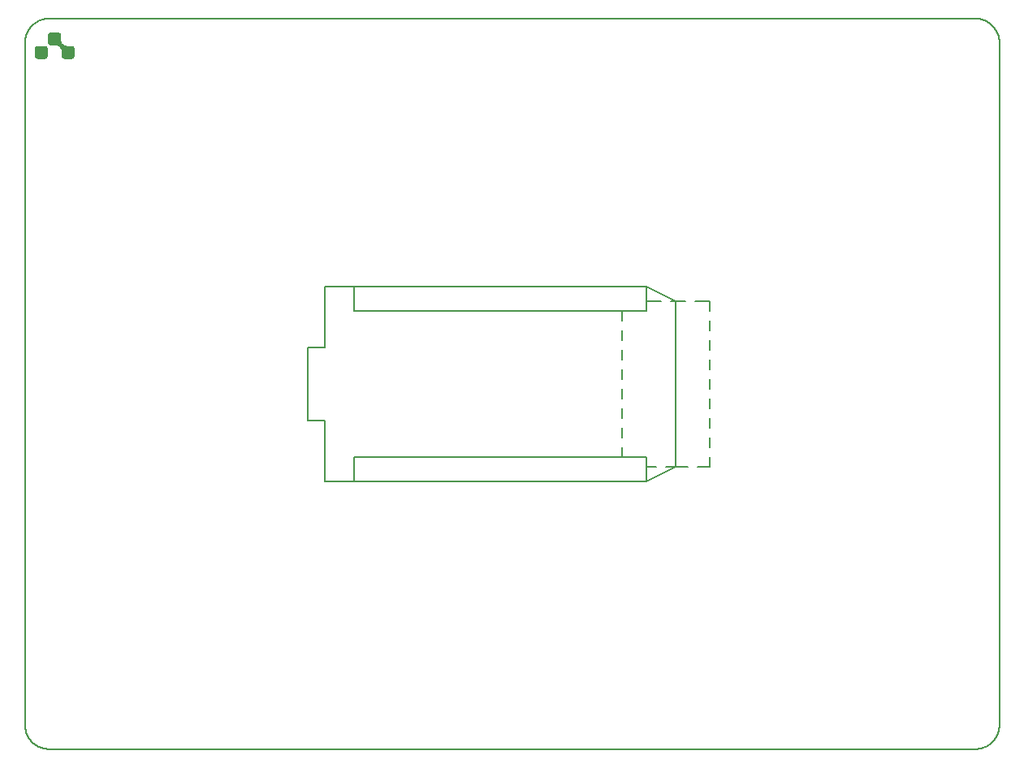
<source format=gbo>
G75*
%MOIN*%
%OFA0B0*%
%FSLAX25Y25*%
%IPPOS*%
%LPD*%
%AMOC8*
5,1,8,0,0,1.08239X$1,22.5*
%
%ADD10C,0.00500*%
%ADD11C,0.00300*%
D10*
X0015000Y0005000D02*
X0395000Y0005000D01*
X0395242Y0005003D01*
X0395483Y0005012D01*
X0395724Y0005026D01*
X0395965Y0005047D01*
X0396205Y0005073D01*
X0396445Y0005105D01*
X0396684Y0005143D01*
X0396921Y0005186D01*
X0397158Y0005236D01*
X0397393Y0005291D01*
X0397627Y0005351D01*
X0397859Y0005418D01*
X0398090Y0005489D01*
X0398319Y0005567D01*
X0398546Y0005650D01*
X0398771Y0005738D01*
X0398994Y0005832D01*
X0399214Y0005931D01*
X0399432Y0006036D01*
X0399647Y0006145D01*
X0399860Y0006260D01*
X0400070Y0006380D01*
X0400276Y0006505D01*
X0400480Y0006635D01*
X0400681Y0006770D01*
X0400878Y0006910D01*
X0401072Y0007054D01*
X0401262Y0007203D01*
X0401448Y0007357D01*
X0401631Y0007515D01*
X0401810Y0007677D01*
X0401985Y0007844D01*
X0402156Y0008015D01*
X0402323Y0008190D01*
X0402485Y0008369D01*
X0402643Y0008552D01*
X0402797Y0008738D01*
X0402946Y0008928D01*
X0403090Y0009122D01*
X0403230Y0009319D01*
X0403365Y0009520D01*
X0403495Y0009724D01*
X0403620Y0009930D01*
X0403740Y0010140D01*
X0403855Y0010353D01*
X0403964Y0010568D01*
X0404069Y0010786D01*
X0404168Y0011006D01*
X0404262Y0011229D01*
X0404350Y0011454D01*
X0404433Y0011681D01*
X0404511Y0011910D01*
X0404582Y0012141D01*
X0404649Y0012373D01*
X0404709Y0012607D01*
X0404764Y0012842D01*
X0404814Y0013079D01*
X0404857Y0013316D01*
X0404895Y0013555D01*
X0404927Y0013795D01*
X0404953Y0014035D01*
X0404974Y0014276D01*
X0404988Y0014517D01*
X0404997Y0014758D01*
X0405000Y0015000D01*
X0405000Y0295000D01*
X0404997Y0295242D01*
X0404988Y0295483D01*
X0404974Y0295724D01*
X0404953Y0295965D01*
X0404927Y0296205D01*
X0404895Y0296445D01*
X0404857Y0296684D01*
X0404814Y0296921D01*
X0404764Y0297158D01*
X0404709Y0297393D01*
X0404649Y0297627D01*
X0404582Y0297859D01*
X0404511Y0298090D01*
X0404433Y0298319D01*
X0404350Y0298546D01*
X0404262Y0298771D01*
X0404168Y0298994D01*
X0404069Y0299214D01*
X0403964Y0299432D01*
X0403855Y0299647D01*
X0403740Y0299860D01*
X0403620Y0300070D01*
X0403495Y0300276D01*
X0403365Y0300480D01*
X0403230Y0300681D01*
X0403090Y0300878D01*
X0402946Y0301072D01*
X0402797Y0301262D01*
X0402643Y0301448D01*
X0402485Y0301631D01*
X0402323Y0301810D01*
X0402156Y0301985D01*
X0401985Y0302156D01*
X0401810Y0302323D01*
X0401631Y0302485D01*
X0401448Y0302643D01*
X0401262Y0302797D01*
X0401072Y0302946D01*
X0400878Y0303090D01*
X0400681Y0303230D01*
X0400480Y0303365D01*
X0400276Y0303495D01*
X0400070Y0303620D01*
X0399860Y0303740D01*
X0399647Y0303855D01*
X0399432Y0303964D01*
X0399214Y0304069D01*
X0398994Y0304168D01*
X0398771Y0304262D01*
X0398546Y0304350D01*
X0398319Y0304433D01*
X0398090Y0304511D01*
X0397859Y0304582D01*
X0397627Y0304649D01*
X0397393Y0304709D01*
X0397158Y0304764D01*
X0396921Y0304814D01*
X0396684Y0304857D01*
X0396445Y0304895D01*
X0396205Y0304927D01*
X0395965Y0304953D01*
X0395724Y0304974D01*
X0395483Y0304988D01*
X0395242Y0304997D01*
X0395000Y0305000D01*
X0015000Y0305000D01*
X0014758Y0304997D01*
X0014517Y0304988D01*
X0014276Y0304974D01*
X0014035Y0304953D01*
X0013795Y0304927D01*
X0013555Y0304895D01*
X0013316Y0304857D01*
X0013079Y0304814D01*
X0012842Y0304764D01*
X0012607Y0304709D01*
X0012373Y0304649D01*
X0012141Y0304582D01*
X0011910Y0304511D01*
X0011681Y0304433D01*
X0011454Y0304350D01*
X0011229Y0304262D01*
X0011006Y0304168D01*
X0010786Y0304069D01*
X0010568Y0303964D01*
X0010353Y0303855D01*
X0010140Y0303740D01*
X0009930Y0303620D01*
X0009724Y0303495D01*
X0009520Y0303365D01*
X0009319Y0303230D01*
X0009122Y0303090D01*
X0008928Y0302946D01*
X0008738Y0302797D01*
X0008552Y0302643D01*
X0008369Y0302485D01*
X0008190Y0302323D01*
X0008015Y0302156D01*
X0007844Y0301985D01*
X0007677Y0301810D01*
X0007515Y0301631D01*
X0007357Y0301448D01*
X0007203Y0301262D01*
X0007054Y0301072D01*
X0006910Y0300878D01*
X0006770Y0300681D01*
X0006635Y0300480D01*
X0006505Y0300276D01*
X0006380Y0300070D01*
X0006260Y0299860D01*
X0006145Y0299647D01*
X0006036Y0299432D01*
X0005931Y0299214D01*
X0005832Y0298994D01*
X0005738Y0298771D01*
X0005650Y0298546D01*
X0005567Y0298319D01*
X0005489Y0298090D01*
X0005418Y0297859D01*
X0005351Y0297627D01*
X0005291Y0297393D01*
X0005236Y0297158D01*
X0005186Y0296921D01*
X0005143Y0296684D01*
X0005105Y0296445D01*
X0005073Y0296205D01*
X0005047Y0295965D01*
X0005026Y0295724D01*
X0005012Y0295483D01*
X0005003Y0295242D01*
X0005000Y0295000D01*
X0005000Y0015000D01*
X0005003Y0014758D01*
X0005012Y0014517D01*
X0005026Y0014276D01*
X0005047Y0014035D01*
X0005073Y0013795D01*
X0005105Y0013555D01*
X0005143Y0013316D01*
X0005186Y0013079D01*
X0005236Y0012842D01*
X0005291Y0012607D01*
X0005351Y0012373D01*
X0005418Y0012141D01*
X0005489Y0011910D01*
X0005567Y0011681D01*
X0005650Y0011454D01*
X0005738Y0011229D01*
X0005832Y0011006D01*
X0005931Y0010786D01*
X0006036Y0010568D01*
X0006145Y0010353D01*
X0006260Y0010140D01*
X0006380Y0009930D01*
X0006505Y0009724D01*
X0006635Y0009520D01*
X0006770Y0009319D01*
X0006910Y0009122D01*
X0007054Y0008928D01*
X0007203Y0008738D01*
X0007357Y0008552D01*
X0007515Y0008369D01*
X0007677Y0008190D01*
X0007844Y0008015D01*
X0008015Y0007844D01*
X0008190Y0007677D01*
X0008369Y0007515D01*
X0008552Y0007357D01*
X0008738Y0007203D01*
X0008928Y0007054D01*
X0009122Y0006910D01*
X0009319Y0006770D01*
X0009520Y0006635D01*
X0009724Y0006505D01*
X0009930Y0006380D01*
X0010140Y0006260D01*
X0010353Y0006145D01*
X0010568Y0006036D01*
X0010786Y0005931D01*
X0011006Y0005832D01*
X0011229Y0005738D01*
X0011454Y0005650D01*
X0011681Y0005567D01*
X0011910Y0005489D01*
X0012141Y0005418D01*
X0012373Y0005351D01*
X0012607Y0005291D01*
X0012842Y0005236D01*
X0013079Y0005186D01*
X0013316Y0005143D01*
X0013555Y0005105D01*
X0013795Y0005073D01*
X0014035Y0005047D01*
X0014276Y0005026D01*
X0014517Y0005012D01*
X0014758Y0005003D01*
X0015000Y0005000D01*
X0128000Y0115000D02*
X0128000Y0140000D01*
X0121000Y0140000D01*
X0121000Y0170000D01*
X0128000Y0170000D01*
X0128000Y0195000D01*
X0140000Y0195000D01*
X0140000Y0185000D01*
X0260000Y0185000D01*
X0260000Y0195000D01*
X0272000Y0189000D01*
X0272000Y0121000D01*
X0267969Y0121000D01*
X0264031Y0121000D02*
X0260000Y0121000D01*
X0260000Y0125000D01*
X0250000Y0125000D01*
X0140000Y0125000D01*
X0140000Y0115000D01*
X0128000Y0115000D01*
X0140000Y0115000D02*
X0260000Y0115000D01*
X0260000Y0121000D01*
X0260000Y0125000D02*
X0256969Y0125000D01*
X0253031Y0125000D02*
X0250000Y0125000D01*
X0250000Y0129055D01*
X0250000Y0132992D02*
X0250000Y0137047D01*
X0250000Y0140984D02*
X0250000Y0145039D01*
X0250000Y0148976D02*
X0250000Y0153031D01*
X0250000Y0156969D02*
X0250000Y0161024D01*
X0250000Y0164961D02*
X0250000Y0169016D01*
X0250000Y0172953D02*
X0250000Y0177008D01*
X0250000Y0180945D02*
X0250000Y0185000D01*
X0253031Y0185000D01*
X0256969Y0185000D02*
X0260000Y0185000D01*
X0260000Y0189000D01*
X0266042Y0189000D01*
X0269979Y0189000D02*
X0276021Y0189000D01*
X0279958Y0189000D02*
X0286000Y0189000D01*
X0286000Y0184944D01*
X0286000Y0181007D02*
X0286000Y0176951D01*
X0286000Y0173014D02*
X0286000Y0168958D01*
X0286000Y0165021D02*
X0286000Y0160965D01*
X0286000Y0157028D02*
X0286000Y0152972D01*
X0286000Y0149035D02*
X0286000Y0144979D01*
X0286000Y0141042D02*
X0286000Y0136986D01*
X0286000Y0133049D02*
X0286000Y0128993D01*
X0286000Y0125056D02*
X0286000Y0121000D01*
X0280969Y0121000D01*
X0277031Y0121000D02*
X0272000Y0121000D01*
X0260000Y0115000D01*
X0260000Y0195000D02*
X0140000Y0195000D01*
D11*
X0024683Y0288994D02*
X0024476Y0288835D01*
X0024235Y0288735D01*
X0023976Y0288701D01*
X0020976Y0288701D01*
X0020718Y0288735D01*
X0020476Y0288835D01*
X0020269Y0288994D01*
X0020110Y0289201D01*
X0020010Y0289442D01*
X0019976Y0289701D01*
X0019976Y0291701D01*
X0019928Y0292189D01*
X0019786Y0292657D01*
X0019555Y0293090D01*
X0019244Y0293469D01*
X0018865Y0293779D01*
X0018433Y0294010D01*
X0017964Y0294153D01*
X0017476Y0294201D01*
X0015476Y0294201D01*
X0015218Y0294235D01*
X0014976Y0294335D01*
X0014769Y0294494D01*
X0014610Y0294701D01*
X0014510Y0294942D01*
X0014476Y0295201D01*
X0014476Y0298201D01*
X0014510Y0298460D01*
X0014610Y0298701D01*
X0014769Y0298908D01*
X0014976Y0299067D01*
X0015218Y0299167D01*
X0015476Y0299201D01*
X0018476Y0299201D01*
X0018735Y0299167D01*
X0018976Y0299067D01*
X0019183Y0298908D01*
X0019342Y0298701D01*
X0019442Y0298460D01*
X0019476Y0298201D01*
X0019476Y0296201D01*
X0019524Y0295713D01*
X0019667Y0295244D01*
X0019898Y0294812D01*
X0020209Y0294433D01*
X0020587Y0294122D01*
X0021020Y0293891D01*
X0021489Y0293749D01*
X0021976Y0293701D01*
X0023976Y0293701D01*
X0024235Y0293667D01*
X0024476Y0293567D01*
X0024683Y0293408D01*
X0024842Y0293201D01*
X0024942Y0292960D01*
X0024976Y0292701D01*
X0024976Y0289701D01*
X0024942Y0289442D01*
X0024842Y0289201D01*
X0024683Y0288994D01*
X0024541Y0288884D02*
X0020412Y0288884D01*
X0020124Y0289183D02*
X0024829Y0289183D01*
X0024947Y0289481D02*
X0020005Y0289481D01*
X0019976Y0289780D02*
X0024976Y0289780D01*
X0024976Y0290078D02*
X0019976Y0290078D01*
X0019976Y0290377D02*
X0024976Y0290377D01*
X0024976Y0290675D02*
X0019976Y0290675D01*
X0019976Y0290974D02*
X0024976Y0290974D01*
X0024976Y0291272D02*
X0019976Y0291272D01*
X0019976Y0291571D02*
X0024976Y0291571D01*
X0024976Y0291869D02*
X0019960Y0291869D01*
X0019930Y0292168D02*
X0024976Y0292168D01*
X0024976Y0292466D02*
X0019844Y0292466D01*
X0019729Y0292765D02*
X0024968Y0292765D01*
X0024899Y0293063D02*
X0019569Y0293063D01*
X0019332Y0293362D02*
X0024719Y0293362D01*
X0024250Y0293660D02*
X0019010Y0293660D01*
X0018529Y0293959D02*
X0020893Y0293959D01*
X0020423Y0294257D02*
X0015163Y0294257D01*
X0014721Y0294556D02*
X0020108Y0294556D01*
X0019875Y0294854D02*
X0014547Y0294854D01*
X0014483Y0295153D02*
X0019715Y0295153D01*
X0019604Y0295452D02*
X0014476Y0295452D01*
X0014476Y0295750D02*
X0019521Y0295750D01*
X0019491Y0296049D02*
X0014476Y0296049D01*
X0014476Y0296347D02*
X0019476Y0296347D01*
X0019476Y0296646D02*
X0014476Y0296646D01*
X0014476Y0296944D02*
X0019476Y0296944D01*
X0019476Y0297243D02*
X0014476Y0297243D01*
X0014476Y0297541D02*
X0019476Y0297541D01*
X0019476Y0297840D02*
X0014476Y0297840D01*
X0014476Y0298138D02*
X0019476Y0298138D01*
X0019445Y0298437D02*
X0014507Y0298437D01*
X0014637Y0298735D02*
X0019316Y0298735D01*
X0019020Y0299034D02*
X0014933Y0299034D01*
X0013235Y0293667D02*
X0012976Y0293701D01*
X0009976Y0293701D01*
X0009718Y0293667D01*
X0009476Y0293567D01*
X0009269Y0293408D01*
X0009110Y0293201D01*
X0009010Y0292960D01*
X0008976Y0292701D01*
X0008976Y0289701D01*
X0009010Y0289442D01*
X0009110Y0289201D01*
X0009269Y0288994D01*
X0009476Y0288835D01*
X0009718Y0288735D01*
X0009976Y0288701D01*
X0012976Y0288701D01*
X0013235Y0288735D01*
X0013476Y0288835D01*
X0013683Y0288994D01*
X0013842Y0289201D01*
X0013942Y0289442D01*
X0013976Y0289701D01*
X0013976Y0292701D01*
X0013942Y0292960D01*
X0013842Y0293201D01*
X0013683Y0293408D01*
X0013476Y0293567D01*
X0013235Y0293667D01*
X0013250Y0293660D02*
X0009702Y0293660D01*
X0009234Y0293362D02*
X0013719Y0293362D01*
X0013899Y0293063D02*
X0009053Y0293063D01*
X0008985Y0292765D02*
X0013968Y0292765D01*
X0013976Y0292466D02*
X0008976Y0292466D01*
X0008976Y0292168D02*
X0013976Y0292168D01*
X0013976Y0291869D02*
X0008976Y0291869D01*
X0008976Y0291571D02*
X0013976Y0291571D01*
X0013976Y0291272D02*
X0008976Y0291272D01*
X0008976Y0290974D02*
X0013976Y0290974D01*
X0013976Y0290675D02*
X0008976Y0290675D01*
X0008976Y0290377D02*
X0013976Y0290377D01*
X0013976Y0290078D02*
X0008976Y0290078D01*
X0008976Y0289780D02*
X0013976Y0289780D01*
X0013947Y0289481D02*
X0009005Y0289481D01*
X0009124Y0289183D02*
X0013829Y0289183D01*
X0013541Y0288884D02*
X0009412Y0288884D01*
M02*

</source>
